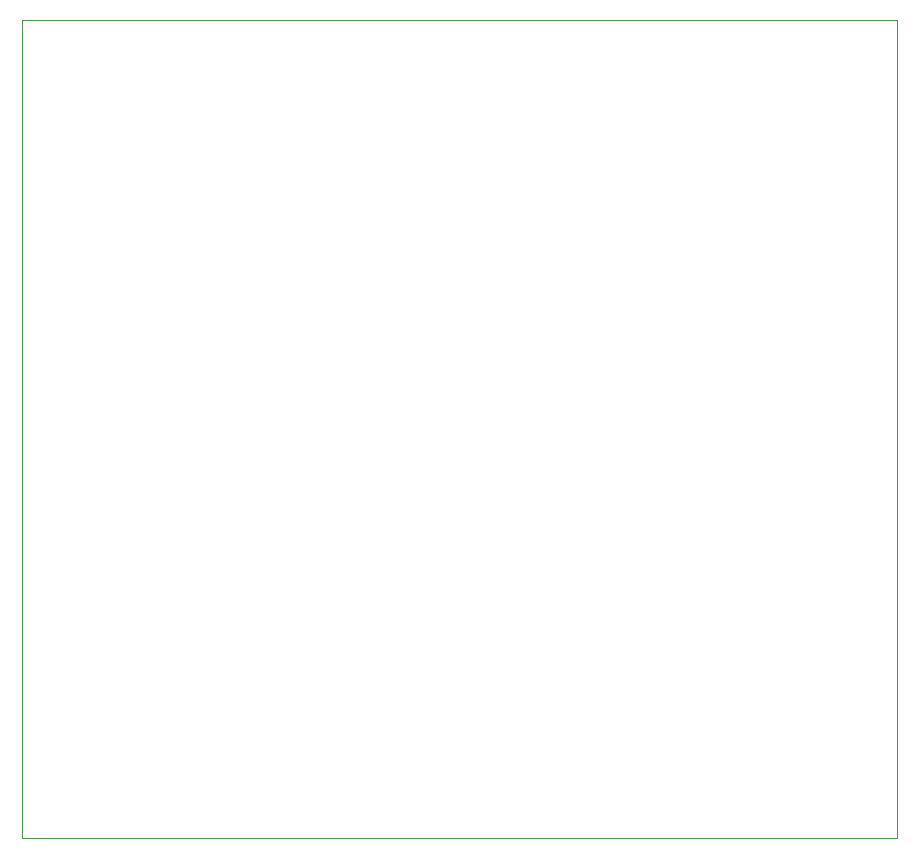
<source format=gbr>
%TF.GenerationSoftware,KiCad,Pcbnew,8.0.1*%
%TF.CreationDate,2024-04-11T22:34:35+01:00*%
%TF.ProjectId,TIMAYSound,54494d41-5953-46f7-956e-642e6b696361,rev?*%
%TF.SameCoordinates,Original*%
%TF.FileFunction,Profile,NP*%
%FSLAX46Y46*%
G04 Gerber Fmt 4.6, Leading zero omitted, Abs format (unit mm)*
G04 Created by KiCad (PCBNEW 8.0.1) date 2024-04-11 22:34:35*
%MOMM*%
%LPD*%
G01*
G04 APERTURE LIST*
%TA.AperFunction,Profile*%
%ADD10C,0.050000*%
%TD*%
G04 APERTURE END LIST*
D10*
X50170000Y-37750000D02*
X124265000Y-37750000D01*
X124265000Y-107020000D01*
X50170000Y-107020000D01*
X50170000Y-37750000D01*
M02*

</source>
